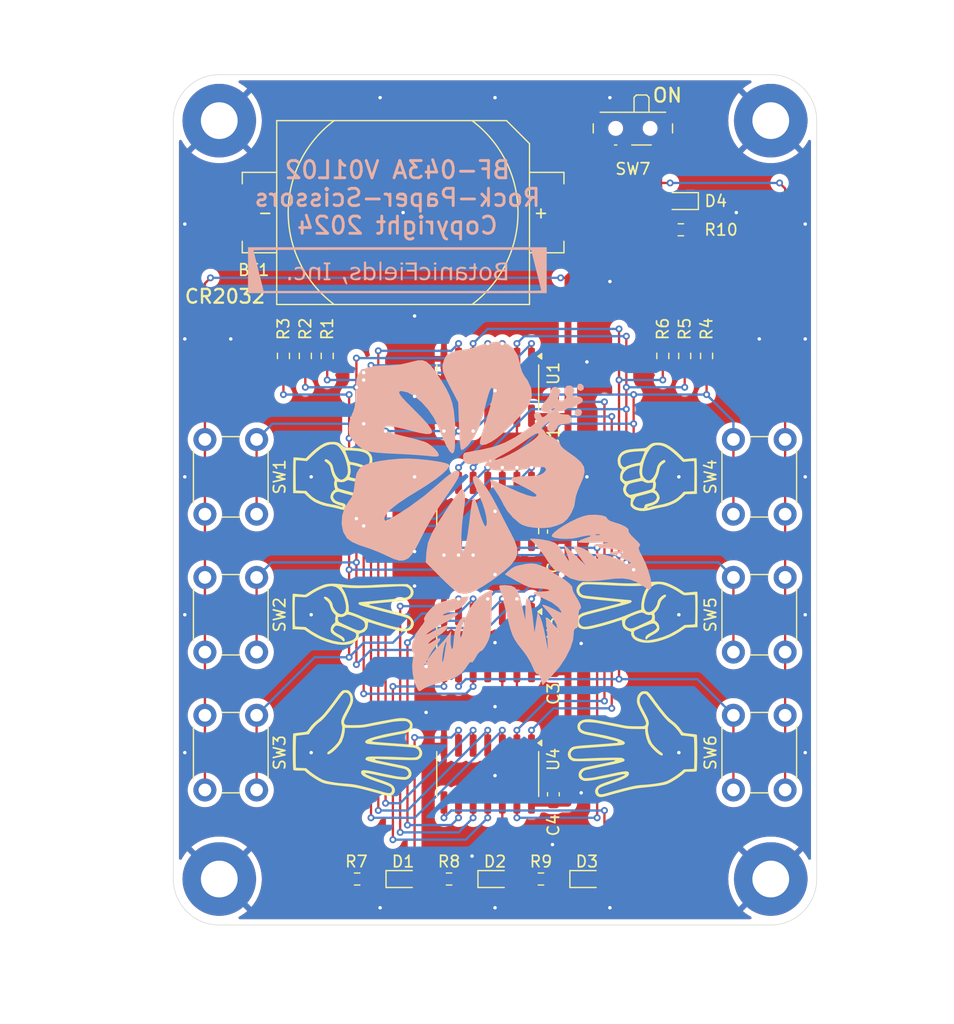
<source format=kicad_pcb>
(kicad_pcb (version 20240108) (generator "pcbnew") (generator_version "8.0")
  (title_block (title "Rock-paper-scissors SMD") (date "2024-10-08") (rev "V01L02") (company "Copyright 2024, BotanicFields, Inc."))
  (layers (0 "F.Cu" signal) (31 "B.Cu" signal) (34 "B.Paste" user) (35 "F.Paste" user) (36 "B.SilkS" user "B.Silkscreen") (37 "F.SilkS" user "F.Silkscreen") (38 "B.Mask" user) (39 "F.Mask" user) (44 "Edge.Cuts" user))
  (net 0 "")
  (net 1 "GND")
  (net 2 "/BT")
  (net 3 "/VCC")
  (net 4 "Net-(D1-K)")
  (net 5 "Net-(D2-A)")
  (net 6 "Net-(D2-K)")
  (net 7 "Net-(D3-A)")
  (net 8 "Net-(D3-K)")
  (net 9 "Net-(D4-K)")
  (net 10 "Net-(R1-Pad1)")
  (net 11 "Net-(R2-Pad1)")
  (net 12 "Net-(R3-Pad1)")
  (net 13 "Net-(R4-Pad1)")
  (net 14 "Net-(R5-Pad1)")
  (net 15 "Net-(R6-Pad1)")
  (net 16 "Net-(U1-Pad6)")
  (net 17 "Net-(U1-Pad3)")
  (net 19 "Net-(U1-Pad8)")
  (net 21 "Net-(U2-Pad3)")
  (net 22 "Net-(U2-Pad6)")
  (net 23 "Net-(U2-Pad8)")
  (net 24 "Net-(U3-Pad8)")
  (net 25 "Net-(U3-Pad3)")
  (net 27 "Net-(U3-Pad6)")
  (net 28 "Net-(D1-A)")
  (footprint "Resistor_SMD:R_0603_1608Metric" (layer "F.Cu") (at 146.415 114.475 90)
    (property "Reference" "R4")
    (property "Value" "4.7k")
  )
  (footprint "Package_SO:SO-14_3.9x8.65mm_P1.27mm" (layer "F.Cu") (at 127.365 117.205 -90)
    (property "Reference" "U1")
    (property "Value" "74HC00")
  )
  (footprint "LED_SMD:LED_0603_1608Metric" (layer "F.Cu") (at 144.2125 101 180)
    (property "Reference" "D4")
    (property "Value" "Pilot")
  )
  (footprint "BF:BF@rock" (layer "F.Cu") (at 113 125 -90)
    (property "Reference" "G***" (hide yes))
    (property "Value" "LOGO" (hide yes))
  )
  (footprint "Resistor_SMD:R_0603_1608Metric" (layer "F.Cu") (at 109.585 114.475 90)
    (property "Reference" "R3")
    (property "Value" "4.7k")
  )
  (footprint "LED_SMD:LED_0603_1608Metric" (layer "F.Cu") (at 136 160)
    (property "Reference" "D3")
    (property "Value" "B-Win")
  )
  (footprint "Button_Switch_THT:SW_PUSH_6mm_H5mm" (layer "F.Cu") (at 107.25 133.75 -90)
    (property "Reference" "SW2")
    (property "Value" "Scissors" (hide yes))
  )
  (footprint "Button_Switch_THT:SW_PUSH_6mm_H5mm" (layer "F.Cu") (at 148.75 152.25 90)
    (property "Reference" "SW6")
    (property "Value" "Paper")
  )
  (footprint "Resistor_SMD:R_0603_1608Metric" (layer "F.Cu") (at 116 160 180)
    (property "Reference" "R7")
    (property "Value" "330")
  )
  (footprint "MountingHole:MountingHole_3.2mm_M3_Pad" (layer "F.Cu") (at 104 160)
    (property "Reference" "H4" (hide yes))
    (property "Value" "MountingHole_Pad" (hide yes))
  )
  (footprint "BF:BF@scissors" (layer "F.Cu") (at 140 136.5 90)
    (property "Reference" "G***" (hide yes))
    (property "Value" "LOGO" (hide yes))
  )
  (footprint "Resistor_SMD:R_0603_1608Metric" (layer "F.Cu") (at 144.175 103.5 180)
    (property "Reference" "R10")
    (property "Value" "1k")
  )
  (footprint "Button_Switch_THT:SW_PUSH_6mm_H5mm" (layer "F.Cu") (at 107.25 145.75 -90)
    (property "Reference" "SW3")
    (property "Value" "Paper" (hide yes))
  )
  (footprint "Capacitor_SMD:C_0603_1608Metric" (layer "F.Cu") (at 133.08 118.97 90)
    (property "Reference" "C1")
    (property "Value" "100n")
  )
  (footprint "Resistor_SMD:R_0603_1608Metric" (layer "F.Cu") (at 132 160 180)
    (property "Reference" "R9")
    (property "Value" "1k")
  )
  (footprint "Resistor_SMD:R_0603_1608Metric" (layer "F.Cu") (at 124 160 180)
    (property "Reference" "R8")
    (property "Value" "1k")
  )
  (footprint "Resistor_SMD:R_0603_1608Metric" (layer "F.Cu") (at 113.395 114.475 90)
    (property "Reference" "R1")
    (property "Value" "4.7k")
  )
  (footprint "Package_SO:SO-14_3.9x8.65mm_P1.27mm" (layer "F.Cu") (at 127.365 139.43 -90)
    (property "Reference" "U3")
    (property "Value" "74HC00")
  )
  (footprint "LED_SMD:LED_0603_1608Metric" (layer "F.Cu") (at 120 160)
    (property "Reference" "D1")
    (property "Value" "A-Win")
  )
  (footprint "MountingHole:MountingHole_3.2mm_M3_Pad" (layer "F.Cu") (at 104 94)
    (property "Reference" "H1" (hide yes))
    (property "Value" "MountingHole_Pad" (hide yes))
  )
  (footprint "Capacitor_SMD:C_0603_1608Metric" (layer "F.Cu") (at 133.08 152.625 90)
    (property "Reference" "C4")
    (property "Value" "100n")
  )
  (footprint "LED_SMD:LED_0603_1608Metric" (layer "F.Cu") (at 128 160)
    (property "Reference" "D2")
    (property "Value" "Draw")
  )
  (footprint "Button_Switch_THT:SW_PUSH_6mm_H5mm" (layer "F.Cu") (at 148.75 140.25 90)
    (property "Reference" "SW5")
    (property "Value" "Scissors")
  )
  (footprint "MountingHole:MountingHole_3.2mm_M3_Pad" (layer "F.Cu") (at 152 160)
    (property "Reference" "H3" (hide yes))
    (property "Value" "MountingHole_Pad" (hide yes))
  )
  (footprint "BF:BF@scissors" (layer "F.Cu") (at 116 137 -90)
    (property "Reference" "G***" (hide yes))
    (property "Value" "LOGO" (hide yes))
  )
  (footprint "Button_Switch_THT:SW_PUSH_6mm_H5mm" (layer "F.Cu") (at 107.25 121.75 -90)
    (property "Reference" "SW1")
    (property "Value" "Rock" (hide yes))
  )
  (footprint "BF:BF@paper" (layer "F.Cu") (at 140 148.5 90)
    (property "Reference" "G***" (hide yes))
    (property "Value" "LOGO" (hide yes))
  )
  (footprint "BF:BF@paper" (layer "F.Cu") (at 116 148 -90)
    (property "Reference" "G***" (hide yes))
    (property "Value" "LOGO" (hide yes))
  )
  (footprint "Button_Switch_SMD:SW_SPDT_PCM12" (layer "F.Cu") (at 140 95 180)
    (property "Reference" "SW7")
    (property "Value" "Power")
  )
  (footprint "Capacitor_SMD:C_0603_1608Metric" (layer "F.Cu") (at 133.08 141.195 90)
    (property "Reference" "C3")
    (property "Value" "100n")
  )
  (footprint "MountingHole:MountingHole_3.2mm_M3_Pad" (layer "F.Cu") (at 152 94)
    (property "Reference" "H2" (hide yes))
    (property "Value" "MountingHole_Pad" (hide yes))
  )
  (footprint "BF:BF@rock" (layer "F.Cu") (at 143 124.7688 90)
    (property "Reference" "G***" (hide yes))
    (property "Value" "LOGO" (hide yes))
  )
  (footprint "Package_SO:SO-14_3.9x8.65mm_P1.27mm" (layer "F.Cu") (at 127.365 150.86 -90)
    (property "Reference" "U4")
    (property "Value" "74HC10")
  )
  (footprint "Resistor_SMD:R_0603_1608Metric" (layer "F.Cu") (at 142.605 114.475 90)
    (property "Reference" "R6")
    (property "Value" "4.7k")
  )
  (footprint "Package_SO:SO-14_3.9x8.65mm_P1.27mm" (layer "F.Cu") (at 127.365 128 -90)
    (property "Reference" "U2")
    (property "Value" "74HC00")
  )
  (footprint "Resistor_SMD:R_0603_1608Metric" (layer "F.Cu") (at 111.49 114.475 90)
    (property "Reference" "R2")
    (property "Value" "4.7k")
  )
  (footprint "Capacitor_SMD:C_0603_1608Metric" (layer "F.Cu") (at 133.08 129.765 90)
    (property "Reference" "C2")
    (property "Value" "100n")
  )
  (footprint "BF:BF@QJ-BS-6" (layer "F.Cu") (at 120 102)
    (property "Reference" "BT1")
    (property "Value" "CR2032")
  )
  (footprint "Resistor_SMD:R_0603_1608Metric" (layer "F.Cu") (at 144.51 114.475 90)
    (property "Reference" "R5")
    (property "Value" "4.7k")
  )
  (footprint "Button_Switch_THT:SW_PUSH_6mm_H5mm" (layer "F.Cu") (at 148.75 128.25 90)
    (property "Reference" "SW4")
    (property "Value" "Rock")
  )
  (footprint "BF:BF@hibiscus" (layer "B.Cu") (at 128 128 180)
    (property "Reference" "G***" (hide yes))
    (property "Value" "LOGO" (hide yes))
  )
  (footprint "BF:BF@Logo_BotanicFields_4mm" (layer "B.Cu") (at 119.5 107 180)
    (property "Reference" "G***" (hide yes))
    (property "Value" "LOGO" (hide yes))
  )
  (gr_arc (start 156 160) (mid 154.828427 162.828427) (end 152 164) (stroke (width 0.05)) (layer "Edge.Cuts"))
  (gr_arc (start 104 164) (mid 101.171573 162.828427) (end 100 160) (stroke (width 0.05)) (layer "Edge.Cuts"))
  (gr_arc (start 100 94) (mid 101.171573 91.171573) (end 104 90) (stroke (width 0.05)) (layer "Edge.Cuts"))
  (gr_line (start 152 164) (end 104 164) (stroke (width 0.05)) (layer "Edge.Cuts"))
  (gr_line (start 100 160) (end 100 94) (stroke (width 0.05)) (layer "Edge.Cuts"))
  (gr_line (start 156 94) (end 156 160) (stroke (width 0.05)) (layer "Edge.Cuts"))
  (gr_arc (start 152 90) (mid 154.828427 91.171573) (end 156 94) (stroke (width 0.05)) (layer "Edge.Cuts"))
  (gr_line (start 104 90) (end 152 90) (stroke (width 0.05)) (layer "Edge.Cuts"))
  (gr_text "BF-043A V01L02\nRock-Paper-Scissors\nCopyright 2024" (at 119.5 104 0) (layer "B.SilkS") (effects (font (size 1.5 1.5) (thickness 0.25)) (justify bottom mirror)))
  (gr_text "CR2032" (at 104.5 110 0) (layer "F.SilkS") (effects (font (size 1.2 1.2) (thickness 0.2) (bold yes)) (justify bottom)))
  (gr_text "ON" (at 143 92.5 0) (layer "F.SilkS") (effects (font (size 1.2 1.2) (thickness 0.2) (bold yes)) (justify bottom)))
  (segment (start 129.905 121.777) (end 128.635 121.777) (width 0.2) (layer "F.Cu") (net 1))
  (segment (start 128.762 132.699) (end 129.905 132.699) (width 0.2) (layer "F.Cu") (net 1))
  (segment (start 129.905 119.68) (end 129.905 121.777) (width 0.2) (layer "F.Cu") (net 1))
  (segment (start 129.905 143.875) (end 128.762 143.875) (width 0.2) (layer "F.Cu") (net 1))
  (segment (start 128.635 132.572) (end 128.762 132.699) (width 0.2) (layer "F.Cu") (net 1))
  (segment (start 128.635 143.748) (end 128.635 141.905) (width 0.2) (layer "F.Cu") (net 1))
  (segment (start 128.635 130.475) (end 128.635 132.572) (width 0.2) (layer "F.Cu") (net 1))
  (segment (start 129.905 141.905) (end 129.905 143.875) (width 0.2) (layer "F.Cu") (net 1))
  (segment (start 128.762 143.875) (end 128.635 143.748) (width 0.2) (layer "F.Cu") (net 1))
  (segment (start 128.635 121.777) (end 128.635 119.68) (width 0.2) (layer "F.Cu") (net 1))
  (segment (start 129.905 132.699) (end 129.905 130.475) (width 0.2) (layer "F.Cu") (net 1))
  (via (at 128 117.5) (size 0.7) (drill 0.3) (layers "F.Cu" "B.Cu") (net 1))
  (via (at 155 149) (size 0.7) (drill 0.3) (layers "F.Cu" "B.Cu") (net 1))
  (via (at 112 137) (size 0.7) (drill 0.3) (layers "F.Cu" "B.Cu") (net 1))
  (via (at 144 125) (size 0.7) (drill 0.3) (layers "F.Cu" "B.Cu") (net 1))
  (via (at 133 157) (size 0.7) (drill 0.3) (layers "F.Cu" "B.Cu") (net 1))
  (via (at 128 162.5) (size 0.7) (drill 0.3) (layers "F.Cu" "B.Cu") (net 1))
  (via (at 101 137) (size 0.7) (drill 0.3) (layers "F.Cu" "B.Cu") (net 1))
  (via (at 135.5 152.5) (size 0.7) (drill 0.3) (layers "F.Cu" "B.Cu") (net 1))
  (via (at 101 103) (size 0.7) (drill 0.3) (layers "F.Cu" "B.Cu") (net 1))
  (via (at 122 141.5) (size 0.7) (drill 0.3) (layers "F.Cu" "B.Cu") (net 1))
  (via (at 155 113) (size 0.7) (drill 0.3) (layers "F.Cu" "B.Cu") (net 1))
  (via (at 105 113) (size 0.7) (drill 0.3) (layers "F.Cu" "B.Cu") (net 1))
  (via (at 136 115) (size 0.7) (drill 0.3) (layers "F.Cu" "B.Cu") (net 1))
  (via (at 155 125) (size 0.7) (drill 0.3) (layers "F.Cu" "B.Cu") (net 1))
  (via (at 112 125) (size 0.7) (drill 0.3) (layers "F.Cu" "B.Cu") (net 1))
  (via (at 138 108) (size 0.7) (drill 0.3) (layers "F.Cu" "B.Cu") (net 1))
  (via (at 121 125) (size 0.7) (drill 0.3) (layers "F.Cu" "B.Cu") (net 1))
  (via (at 155 103) (size 0.7) (drill 0.3) (layers "F.Cu" "B.Cu") (net 1))
  (via (at 128 139.43) (size 0.7) (drill 0.3) (layers "F.Cu" "B.Cu") (net 1))
  (via (at 121 118) (size 0.7) (drill 0.3) (layers "F.Cu" "B.Cu") (net 1))
  (via (at 118 92) (size 0.7) (drill 0.3) (layers "F.Cu" "B.Cu") (net 1))
  (via (at 128 133.5) (size 0.7) (drill 0.3) (layers "F.Cu" "B.Cu") (net 1))
  (via (at 136 125) (size 0.7) (drill 0.3) (layers "F.Cu" "B.Cu") (net 1))
  (via (at 149 102) (size 0.7) (drill 0.3) (layers "F.Cu" "B.Cu") (net 1))
  (via (at 138 92) (size 0.7) (drill 0.3) (layers "F.Cu" "B.Cu") (net 1))
  (via (at 118 162.5) (size 0.7) (drill 0.3) (layers "F.Cu" "B.Cu") (net 1))
  (via (at 126 158) (size 0.7) (drill 0.3) (layers "F.Cu" "B.Cu") (net 1))
  (via (at 128 145) (size 0.7) (drill 0.3) (layers "F.Cu" "B.Cu") (net 1))
  (via (at 155 137) (size 0.7) (drill 0.3) (layers "F.Cu" "B.Cu") (net 1))
  (via (at 121 111) (size 0.7) (drill 0.3) (layers "F.Cu" "B.Cu") (net 1))
  (via (at 121 131.5) (size 0.7) (drill 0.3) (layers "F.Cu" "B.Cu") (net 1))
  (via (at 128 92) (size 0.7) (drill 0.3) (layers "F.Cu" "B.Cu") (net 1))
  (via (at 138 162.5) (size 0.7) (drill 0.3) (layers "F.Cu" "B.Cu") (net 1))
  (via (at 144 149) (size 0.7) (drill 0.3) (layers "F.Cu" "B.Cu") (net 1))
  (via (at 121 134.5) (size 0.7) (drill 0.3) (layers "F.Cu" "B.Cu") (net 1))
  (via (at 135.5 139.5) (size 0.7) (drill 0.3) (layers "F.Cu" "B.Cu") (net 1))
  (via (at 120 102) (size 0.7) (drill 0.3) (layers "F.Cu" "B.Cu") (net 1))
  (via (at 122 145.5) (size 0.7) (drill 0.3) (layers "F.Cu" "B.Cu") (net 1))
  (via (at 101 113) (size 0.7) (drill 0.3) (layers "F.Cu" "B.Cu") (net 1))
  (via (at 101 125) (size 0.7) (drill 0.3) (layers "F.Cu" "B.Cu") (net 1))
  (via (at 144 137) (size 0.7) (drill 0.3) (layers "F.Cu" "B.Cu") (net 1))
  (via (at 128 128) (size 0.7) (drill 0.3) (layers "F.Cu" "B.Cu") (net 1))
  (via (at 151 113) (size 0.7) (drill 0.3) (layers "F.Cu" "B.Cu") (net 1))
  (via (at 128 151) (size 0.7) (drill 0.3) (layers "F.Cu" "B.Cu") (net 1))
  (via (at 112 149) (size 0.7) (drill 0.3) (layers "F.Cu" "B.Cu") (net 1))
  (via (at 101 149) (size 0.7) (drill 0.3) (layers "F.Cu" "B.Cu") (net 1))
  (segment (start 139.25 99.605) (end 136.855 102) (width 0.6) (layer "F.Cu") (net 2))
  (segment (start 139.25 96.43) (end 139.25 99.605) (width 0.6) (layer "F.Cu") (net 2))
  (segment (start 136.855 102) (end 134.5 102) (width 0.6) (layer "F.Cu") (net 2))
  (segment (start 134.35 107.68) (end 133.715 107.68) (width 0.2) (layer "F.Cu") (net 3))
  (segment (start 153.25 99.91) (end 152.765 99.425) (width 0.2) (layer "F.Cu") (net 3))
  (segment (start 143.425 101) (end 141.64 101) (width 0.2) (layer "F.Cu") (net 3))
  (segment (start 153.25 140.25) (end 153.25 145.75) (width 0.2) (layer "F.Cu") (net 3))
  (segment (start 142.25 96.43) (end 142.25 99.78) (width 0.6) (layer "F.Cu") (net 3))
  (segment (start 102.75 145.75) (end 102.75 152.25) (width 0.2) (layer "F.Cu") (net 3))
  (segment (start 133.08 141.97) (end 131.24 141.97) (width 0.6) (layer "F.Cu") (net 3))
  (segment (start 102.75 121.75) (end 102.75 128.25) (width 0.2) (layer "F.Cu") (net 3))
  (segment (start 134.35 153.4) (end 133.08 153.4) (width 0.6) (layer "F.Cu") (net 3))
  (segment (start 131.24 141.97) (end 131.175 141.905) (width 0.6) (layer "F.Cu") (net 3))
  (segment (start 134.35 130.54) (end 134.35 141.97) (width 0.6) (layer "F.Cu") (net 3))
  (segment (start 141.335 100.695) (end 134.35 107.68) (width 0.6) (layer "F.Cu") (net 3))
  (segment (start 142.25 99.425) (end 143.24 99.425) (width 0.2) (layer "F.Cu") (net 3))
  (segment (start 102.75 121.75) (end 102.75 108.165) (width 0.2) (layer "F.Cu") (net 3))
  (segment (start 131.24 130.54) (end 131.175 130.475) (width 0.6) (layer "F.Cu") (net 3))
  (segment (start 153.25 128.25) (end 153.25 133.75) (width 0.2) (layer "F.Cu") (net 3))
  (segment (start 133.08 141.97) (end 134.35 141.97) (width 0.6) (layer "F.Cu") (net 3))
  (segment (start 102.75 133.75) (end 102.75 140.25) (width 0.2) (layer "F.Cu") (net 3))
  (segment (start 153.25 145.75) (end 153.25 152.25) (width 0.2) (layer "F.Cu") (net 3))
  (segment (start 134.35 141.97) (end 134.35 153.4) (width 0.6) (layer "F.Cu") (net 3))
  (segment (start 133.08 130.54) (end 134.35 130.54) (width 0.6) (layer "F.Cu") (net 3))
  (segment (start 133.08 153.4) (end 131.24 153.4) (width 0.6) (layer "F.Cu") (net 3))
  (segment (start 102.75 108.165) (end 103.235 107.68) (width 0.2) (layer "F.Cu") (net 3))
  (segment (start 134.35 107.68) (end 134.35 119.745) (width 0.6) (layer "F.Cu") (net 3))
  (segment (start 131.24 153.4) (end 131.175 153.335) (width 0.6) (layer "F.Cu") (net 3))
  (segment (start 133.08 119.745) (end 131.24 119.745) (width 0.6) (layer "F.Cu") (net 3))
  (segment (start 131.24 119.745) (end 131.175 119.68) (width 0.6) (layer "F.Cu") (net 3))
  (segment (start 153.25 133.75) (end 153.25 140.25) (width 0.2) (layer "F.Cu") (net 3))
  (segment (start 133.08 119.745) (end 134.35 119.745) (width 0.6) (layer "F.Cu") (net 3))
  (segment (start 133.08 130.54) (end 131.24 130.54) (width 0.6) (layer "F.Cu") (net 3))
  (segment (start 141.64 101) (end 141.335 100.695) (width 0.2) (layer "F.Cu") (net 3))
  (segment (start 102.75 140.25) (end 102.75 145.75) (width 0.2) (layer "F.Cu") (net 3))
  (segment (start 142.25 99.78) (end 141.335 100.695) (width 0.6) (layer "F.Cu") (net 3))
  (segment (start 102.75 128.25) (end 102.75 133.75) (width 0.2) (layer "F.Cu") (net 3))
  (segment (start 153.25 121.75) (end 153.25 99.91) (width 0.2) (layer "F.Cu") (net 3))
  (segment (start 153.25 121.75) (end 153.25 128.25) (width 0.2) (layer "F.Cu") (net 3))
  (segment (start 134.35 119.745) (end 134.35 130.54) (width 0.6) (layer "F.Cu") (net 3))
  (via (at 152.765 99.425) (size 0.6) (drill 0.3) (layers "F.Cu" "B.Cu") (net 3))
  (via (at 143.24 99.425) (size 0.6) (drill 0.3) (layers "F.Cu" "B.Cu") (net 3))
  (via (at 103.235 107.68) (size 0.6) (drill 0.3) (layers "F.Cu" "B.Cu") (net 3))
  (via (at 133.715 107.68) (size 0.6) (drill 0.3) (layers "F.Cu" "B.Cu") (net 3))
  (segment (start 143.24 99.425) (end 152.765 99.425) (width 0.2) (layer "B.Cu") (net 3))
  (segment (start 133.715 107.68) (end 103.235 107.68) (width 0.2) (layer "B.Cu") (net 3))
  (segment (start 116.825 160) (end 119.2125 160) (width 0.2) (layer "F.Cu") (net 4))
  (segment (start 128.635 153.335) (end 128.635 158.3275) (width 0.2) (layer "F.Cu") (net 5))
  (segment (start 128.7875 160) (end 128.7875 158.48) (width 0.2) (layer "F.Cu") (net 5))
  (segment (start 128.635 158.3275) (end 128.7875 158.48) (width 0.2) (layer "F.Cu") (net 5))
  (segment (start 124.825 160) (end 127.2125 160) (width 0.2) (layer "F.Cu") (net 6))
  (segment (start 137.525 154.035) (end 137.525 158.3775) (width 0.2) (layer "F.Cu") (net 7))
  (segment (start 123.555 153.335) (end 123.555 154.67) (width 0.2) (layer "F.Cu") (net 7))
  (segment (start 137.525 158.3775) (end 136.7875 159.115) (width 0.2) (layer "F.Cu") (net 7))
  (segment (start 136.7875 159.115) (end 136.7875 160) (width 0.2) (layer "F.Cu") (net 7))
  (via (at 137.525 154.035) (size 0.6) (drill 0.3) (layers "F.Cu" "B.Cu") (net 7))
  (via (at 123.555 154.67) (size 0.6) (drill 0.3) (layers "F.Cu" "B.Cu") (net 7))
  (segment (start 124.19 154.035) (end 123.555 154.67) (width 0.2) (layer "B.Cu") (net 7))
  (segment (start 137.525 154.035) (end 124.19 154.035) (width 0.2) (layer "B.Cu") (net 7))
  (segment (start 132.825 160) (end 135.2125 160) (width 0.2) (layer "F.Cu") (net 8))
  (segment (start 145 101) (end 145 103.5) (width 0.2) (layer "F.Cu") (net 9))
  (segment (start 113.395 115.3) (end 113.395 116.57) (width 0.2) (layer "F.Cu") (net 10))
  (segment (start 116.57 116.57) (end 116.57 120.38) (width 0.2) (layer "F.Cu") (net 10))
  (segment (start 116.57 143.875) (end 116.57 129.27) (width 0.2) (layer "F.Cu") (net 10))
  (segment (start 107.25 121.75) (end 107.25 128.25) (width 0.2) (layer "F.Cu") (net 10))
  (segment (start 131.175 114.73) (end 131.175 113.395) (width 0.2) (layer "F.Cu") (net 10))
  (segment (start 126.095 143.24) (end 126.095 141.905) (width 0.2) (layer "F.Cu") (net 10))
  (segment (start 131.175 124.19) (end 131.175 125.525) (width 0.2) (layer "F.Cu") (net 10))
  (segment (start 116.57 120.38) (end 116.57 129.27) (width 0.2) (layer "F.Cu") (net 10))
  (segment (start 116.57 116.57) (end 116.57 115.935) (width 0.2) (layer "F.Cu") (net 10))
  (via (at 116.57 120.38) (size 0.6) (drill 0.3) (layers "F.Cu" "B.Cu") (net 10))
  (via (at 116.57 115.935) (size 0.6) (drill 0.3) (layers "F.Cu" "B.Cu") (net 10))
  (via (at 116.57 143.875) (size 0.6) (drill 0.3) (layers "F.Cu" "B.Cu") (net 10))
  (via (at 113.395 116.57) (size 0.6) (drill 0.3) (layers "F.Cu" "B.Cu") (net 10))
  (via (at 116.57 116.57) (size 0.6) (drill 0.3) (layers "F.Cu" "B.Cu") (net 10))
  (via (at 116.57 129.27) (size 0.6) (drill 0.3) (layers "F.Cu" "B.Cu") (net 10))
  (via (at 131.175 124.19) (size 0.6) (drill 0.3) (layers "F.Cu" "B.Cu") (net 10))
  (via (at 126.095 143.24) (size 0.6) (drill 0.3) (layers "F.Cu" "B.Cu") (net 10))
  (via (at 131.175 113.395) (size 0.6) (drill 0.3) (layers "F.Cu" "B.Cu") (net 10))
  (segment (start 116.57 143.875) (end 125.46 143.875) (width 0.2) (layer "B.Cu") (net 10))
  (segment (start 131.175 124.19) (end 130.2225 125.1425) (width 0.2) (layer "B.Cu") (net 10))
  (segment (start 128.635 115.935) (end 116.57 115.935) (width 0.2) (layer "B.Cu") (net 10))
  (segment (start 130.2225 125.1425) (end 127.6825 125.1425) (width 0.2) (layer "B.Cu") (net 10))
  (segment (start 108.62 120.38) (end 107.25 121.75) (width 0.2) (layer "B.Cu") (net 10))
  (segment (start 123.555 129.27) (end 116.57 129.27) (width 0.2) (layer "B.Cu") (net 10))
  (segment (start 131.175 113.395) (end 128.635 115.935) (width 0.2) (layer "B.Cu") (net 10))
  (segment (start 113.395 116.57) (end 116.57 116.57) (width 0.2) (layer "B.Cu") (net 10))
  (segment (start 116.57 120.38) (end 108.62 120.38) (width 0.2) (layer "B.Cu") (net 10))
  (segment (start 125.46 143.875) (end 126.095 143.24) (width 0.2) (layer "B.Cu") (net 10))
  (segment (start 127.6825 125.1425) (end 123.555 129.27) (width 0.2) (layer "B.Cu") (net 10))
  (segment (start 111.49 115.3) (end 111.49 117.205) (width 0.2) (layer "F.Cu") (net 11))
  (segment (start 115.935 117.205) (end 115.935 114.665) (width 0.2) (layer "F.Cu") (net 11))
  (segment (start 107.25 133.75) (end 107.25 140.25) (width 0.2) (layer "F.Cu") (net 11))
  (segment (start 127.365 113.395) (end 127.365 114.73) (width 0.2) (layer "F.Cu") (net 11))
  (segment (start 127.365 124.19) (end 127.365 125.525) (width 0.2) (layer "F.Cu") (net 11))
  (segment (start 115.935 117.205) (end 115.935 128.635) (width 0.2) (layer "F.Cu") (net 11))
  (segment (start 115.935 128.635) (end 115.935 132.445) (width 0.2) (layer "F.Cu") (net 11))
  (segment (start 115.935 132.445) (end 115.935 141.335) (width 0.2) (layer "F.Cu") (net 11))
  (segment (start 129.905 135.62) (end 129.905 136.955) (width 0.2) (layer "F.Cu") (net 11))
  (via (at 129.905 135.62) (size 0.6) (drill 0.3) (layers "F.Cu" "B.Cu") (net 11))
  (via (at 115.935 132.445) (size 0.6) (drill 0.3) (layers "F.Cu" "B.Cu") (net 11))
  (via (at 115.935 114.665) (size 0.6) (drill 0.3) (layers "F.Cu" "B.Cu") (net 11))
  (via (at 115.935 141.335) (size 0.6) (drill 0.3) (layers "F.Cu" "B.Cu") (net 11))
  (via (at 127.365 124.19) (size 0.6) (drill 0.3) (layers "F.Cu" "B.Cu") (net 11))
  (via (at 115.935 117.205) (size 0.6) (drill 0.3) (layers "F.Cu" "B.Cu") (net 11))
  (via (at 127.365 113.395) (size 0.6) (drill 0.3) (layers "F.Cu" "B.Cu") (net 11))
  (via (at 115.935 128.635) (size 0.6) (drill 0.3) (layers "F.Cu" "B.Cu") (net 11))
  (via (at 111.49 117.205) (size 0.6) (drill 0.3) (layers "F.Cu" "B.Cu") (net 11))
  (segment (start 122.92 128.635) (end 127.365 124.19) (width 0.2) (layer "B.Cu") (net 11))
  (segment (start 115.935 141.335) (end 117.205 140.065) (width 0.2) (layer "B.Cu") (net 11))
  (segment (start 126.095 114.665) (end 127.365 113.395) (width 0.2) (layer "B.Cu") (net 11))
  (segment (start 121.015 140.065) (end 122.92 138.16) (width 0.2) (layer "B.Cu") (net 11))
  (segment (start 115.935 132.445) (end 108.555 132.445) (width 0.2) (layer "B.Cu") (net 11))
  (segment (start 115.935 128.635) (end 122.92 128.635) (width 0.2) (layer "B.Cu") (net 11))
  (segment (start 115.935 114.665) (end 126.095 114.665) (width 0.2) (layer "B.Cu") (net 11))
  (segment (start 115.935 117.205) (end 111.49 117.205) (width 0.2) (layer "B.Cu") (net 11))
  (segment (start 108.555 132.445) (end 107.25 133.75) (width 0.2) (layer "B.Cu") (net 11))
  (segment (start 127.365 138.16) (end 129.905 135.62) (width 0.2) (layer "B.Cu") (net 11))
  (segment (start 122.92 138.16) (end 127.365 138.16) (width 0.2) (layer "B.Cu") (net 11))
  (segment (start 117.205 140.065) (end 121.015 140.065) (width 0.2) (layer "B.Cu") (net 11))
  (segment (start 109.585 115.3) (end 109.585 117.84) (width 0.2) (layer "F.Cu") (net 12))
  (segment (start 115.3 121.65) (end 115.3 133.08) (width 0.2) (layer "F.Cu") (net 12))
  (segment (start 126.095 136.955) (end 126.095 135.62) (width 0.2) (layer "F.Cu") (net 12))
  (segment (start 115.3 117.84) (end 115.3 121.65) (width 0.2) (layer "F.Cu") (net 12))
  (segment (start 124.825 130.475) (end 124.825 131.81) (width 0.2) (layer "F.Cu") (net 12))
  (segment (start 115.3 133.08) (end 115.3 140.7) (width 0.2) (layer "F.Cu") (net 12))
  (segment (start 107.25 145.75) (end 107.25 152.25) (width 0.2) (layer "F.Cu") (net 12))
  (segment (start 124.825 119.68) (end 124.825 121.015) (width 0.2) (layer "F.Cu") (net 12))
  (via (at 124.825 121.015) (size 0.6) (drill 0.3) (layers "F.Cu" "B.Cu") (net 12))
  (via (at 115.3 140.7) (size 0.6) (drill 0.3) (layers "F.Cu" "B.Cu") (net 12))
  (via (at 109.585 117.84) (size 0.6) (drill 0.3) (layers "F.Cu" "B.Cu") (net 12))
  (via (at 115.3 133.08) (size 0.6) (drill 0.3) (layers "F.Cu" "B.Cu") (net 12))
  (via (at 115.3 121.65) (size 0.6) (drill 0.3) (layers "F.Cu" "B.Cu") (net 12))
  (via (at 124.825 131.81) (size 0.6) (drill 0.3) (layers "F.Cu" "B.Cu") (net 12))
  (via (at 115.3 117.84) (size 0.6) (drill 0.3) (layers "F.Cu" "B.Cu") (net 12))
  (via (at 126.095 135.62) (size 0.6) (drill 0.3) (layers "F.Cu" "B.Cu") (net 12))
  (segment (start 123.555 133.08) (end 124.825 131.81) (width 0.2) (layer "B.Cu") (net 12))
  (segment (start 116.57 139.43) (end 119.11 139.43) (width 0.2) (layer "B.Cu") (net 12))
  (segment (start 112.3 140.7) (end 107.25 145.75) (width 0.2) (layer "B.Cu") (net 12))
  (segment (start 124.825 136.89) (end 126.095 135.62) (width 0.2) (layer "B.Cu") (net 12))
  (segment (start 115.3 140.7) (end 112.3 140.7) (width 0.2) (layer "B.Cu") (net 12))
  (segment (start 115.3 133.08) (end 123.555 133.08) (width 0.2) (layer "B.Cu") (net 12))
  (segment (start 109.585 117.84) (end 115.3 117.84) (width 0.2) (layer "B.Cu") (net 12))
  (segment (start 119.11 139.43) (end 121.65 136.89) (width 0.2) (layer "B.Cu") (net 12))
  (segment (start 115.3 121.65) (end 124.19 121.65) (width 0.2) (layer "B.Cu") (net 12))
  (segment (start 115.3 140.7) (end 116.57 139.43) (width 0.2) (layer "B.Cu") (net 12))
  (segment (start 124.19 121.65) (end 124.825 121.015) (width 0.2) (layer "B.Cu") (net 12))
  (segment (start 121.65 136.89) (end 124.825 136.89) (width 0.2) (layer "B.Cu") (net 12))
  (segment (start 126.095 121.015) (end 126.095 119.68) (width 0.2) (layer "F.Cu") (net 13))
  (segment (start 148.75 121.75) (end 148.75 128.25) (width 0.2) (layer "F.Cu") (net 13))
  (segment (start 146.415 115.3) (end 146.415 117.84) (width 0.2) (layer "F.Cu") (net 13))
  (segment (start 140.065 120.38) (end 140.065 133.08) (width 0.2) (layer "F.Cu") (net 13))
  (segment (start 129.905 124.19) (end 129.905 125.525) (width 0.2) (layer "F.Cu") (net 13))
  (segment (start 140.065 120.38) (end 140.065 117.84) (width 0.2) (layer "F.Cu") (net 13))
  (segment (start 131.175 135.62) (end 131.175 136.955) (width 0.2) (layer "F.Cu") (net 13))
  (via (at 140.065 133.08) (size 0.6) (drill 0.3) (layers "F.Cu" "B.Cu") (net 13))
  (via (at 140.065 120.38) (size 0.6) (drill 0.3) (layers "F.Cu" "B.Cu") (net 13))
  (via (at 146.415 117.84) (size 0.6) (drill 0.3) (layers "F.Cu" "B.Cu") (net 13))
  (via (at 131.175 135.62) (size 0.6) (drill 0.3) (layers "F.Cu" "B.Cu") (net 13))
  (via (at 140.065 117.84) (size 0.6) (drill 0.3) (layers "F.Cu" "B.Cu") (net 13))
  (via (at 129.905 124.19) (size 0.6) (drill 0.3) (layers "F.Cu" "B.Cu") (net 13))
  (via (at 126.095 121.015) (size 0.6) (drill 0.3) (layers "F.Cu" "B.Cu") (net 13))
  (segment (start 140.065 117.84) (end 129.27 117.84) (width 0.2) (layer "B.Cu") (net 13))
  (segment (start 133.715 133.08) (end 131.175 135.62) (width 0.2) (layer "B.Cu") (net 13))
  (segment (start 146.415 117.84) (end 140.065 117.84) (width 0.2) (layer "B.Cu") (net 13))
  (segment (start 148.75 120.175) (end 148.75 121.75) (width 0.2) (layer "B.Cu") (net 13))
  (segment (start 133.715 120.38) (end 129.905 124.19) (width 0.2) (layer "B.Cu") (net 13))
  (segment (start 140.065 120.38) (end 133.715 120.38) (width 0.2) (layer "B.Cu") (net 13))
  (segment (start 140.065 133.08) (end 133.715 133.08) (width 0.2) (layer "B.Cu") (net 13))
  (segment (start 146.415 117.84) (end 148.75 120.175) (width 0.2) (layer "B.Cu") (net 13))
  (segment (start 129.27 117.84) (end 126.095 121.015) (width 0.2) (layer "B.Cu") (net 13))
  (segment (start 144.51 115.3) (end 144.51 117.205) (width 0.2) (layer "F.Cu") (net 14))
  (segment (start 139.43 119.11) (end 139.43 132.445) (width 0.2) (layer "F.Cu") (net 14))
  (segment (start 139.43 117.205) (end 139.43 119.11) (width 0.2) (layer "F.Cu") (net 14))
  (segment (start 126.095 124.19) (end 126.095 125.525) (width 0.2) (layer "F.Cu") (net 14))
  (segment (start 127.365 135.62) (end 127.365 136.955) (width 0.2) (layer "F.Cu") (net 14))
  (segment (start 129.905 113.395) (end 129.905 114.73) (width 0.2) (layer "F.Cu") (net 14))
  (segment (start 148.75 133.75) (end 148.75 140.25) (width 0.2) (layer "F.Cu") (net 14))
  (segment (start 139.43 112.76) (end 139.43 117.205) (width 0.2) (layer "F.Cu") (net 14))
  (via (at 127.365 135.62) (size 0.6) (drill 0.3) (layers "F.Cu" "B.Cu") (net 14))
  (via (at 139.43 112.76) (size 0.6) (drill 0.3) (layers "F.Cu" "B.Cu") (net 14))
  (via (at 139.43 117.205) (size 0.6) (drill 0.3) (layers "F.Cu" "B.Cu") (net 14))
  (via (at 139.43 119.11) (size 0.6) (drill 0.3) (layers "F.Cu" "B.Cu") (net 14))
  (via (at 129.905 113.395) (size 0.6) (drill 0.3) (layers "F.Cu" "B.Cu") (net 14))
  (via (at 126.095 124.19) (size 0.6) (drill 0.3) (layers "F.Cu" "B.Cu") (net 14))
  (via (at 139.43 132.445) (size 0.6) (drill 0.3) (layers "F.Cu" "B.Cu") (net 14))
  (via (at 144.51 117.205) (size 0.6) (drill 0.3) (layers "F.Cu" "B.Cu") (net 14))
  (segment (start 133.08 132.445) (end 130.54 134.985) (width 0.2) (layer "B.Cu") (net 14))
  (segment (start 128 134.985) (end 127.365 135.62) (width 0.2) (layer "B.Cu") (net 14))
  (segment (start 139.43 112.76) (end 130.54 112.76) (width 0.2) (layer "B.Cu") (net 14))
  (segment (start 139.43 132.445) (end 133.08 132.445) (width 0.2) (layer "B.Cu") (net 14))
  (segment (start 130.54 134.985) (end 128 134.985) (width 0.2) (layer "B.Cu") (net 14))
  (segment (start 130.54 112.76) (end 129.905 113.395) (width 0.2) (layer "B.Cu") (net 14))
  (segment (start 139.43 119.11) (end 131.175 119.11) (width 0.2) (layer "B.Cu") (net 14))
  (segment (start 147.445 132.445) (end 148.75 133.75) (width 0.2) (layer "B.Cu") (net 14))
  (segment (start 131.175 119.11) (end 126.095 124.19) (width 0.2) (layer "B.Cu") (net 14))
  (segment (start 144.51 117.205) (end 139.43 117.205) (width 0.2) (layer "B.Cu") (net 14))
  (segment (start 139.43 132.445) (end 147.445 132.445) (width 0.2) (layer "B.Cu") (net 14))
  (segment (start 142.605 115.3) (end 142.605 116.57) (width 0.2) (layer "F.Cu") (net 15))
  (segment (start 126.095 114.73) (end 126.095 113.395) (width 0.2) (layer "F.Cu") (net 15))
  (segment (start 126.095 131.81) (end 126.095 130.475) (width 0.2) (layer "F.Cu") (net 15))
  (segment (start 138.795 112.125) (end 138.795 116.57) (width 0.2) (layer "F.Cu") (net 15))
  (segment (start 138.795 116.57) (end 138.795 131.81) (width 0.2) (layer "F.Cu") (net 15))
  (segment (start 148.75 145.75) (end 148.75 152.25) (width 0.2) (layer "F.Cu") (net 15))
  (segment (start 138.795 131.81) (end 138.795 142.605) (width 0.2) (layer "F.Cu") (net 15))
  (segment (start 124.825 143.24) (end 124.825 141.905) (width 0.2) (layer "F.Cu") (net 15))
  (via (at 138.795 112.125) (size 0.6) (drill 0.3) (layers "F.Cu" "B.Cu") (net 15))
  (via (at 138.795 116.57) (size 0.6) (drill 0.3) (layers "F.Cu" "B.Cu") (net 15))
  (via (at 142.605 116.57) (size 0.6) (drill 0.3) (layers "F.Cu" "B.Cu") (net 15))
  (via (at 126.095 131.81) (size 0.6) (drill 0.3) (layers "F.Cu" "B.Cu") (net 15))
  (via (at 138.795 142.605) (size 0.6) (drill 0.3) (layers "F.Cu" "B.Cu") (net 15))
  (via (at 124.825 143.24) (size 0.6) (drill 0.3) (layers "F.Cu" "B.Cu") (net 15))
  (via (at 126.095 113.395) (size 0.6) (drill 0.3) (layers "F.Cu" "B.Cu") (net 15))
  (via (at 138.795 131.81) (size 0.6) (drill 0.3) (layers "F.Cu" "B.Cu") (net 15))
  (segment (start 145.605 142.605) (end 148.75 145.75) (width 0.2) (layer "B.Cu") (net 15))
  (segment (start 138.795 142.605) (end 145.605 142.605) (width 0.2) (layer "B.Cu") (net 15))
  (segment (start 138.795 112.125) (end 127.365 112.125) (width 0.2) (layer "B.Cu") (net 15))
  (segment (start 138.795 142.605) (end 125.46 142.605) (width 0.2) (layer "B.Cu") (net 15))
  (segment (start 125.46 142.605) (end 124.825 143.24) (width 0.2) (layer "B.Cu") (net 15))
  (segment (start 127.365 112.125) (end 126.095 113.395) (width 0.2) (layer "B.Cu") (net 15))
  (segment (start 138.795 131.81) (end 126.095 131.81) (width 0.2) (layer "B.Cu") (net 15))
  (segment (start 142.605 116.57) (end 138.795 116.57) (width 0.2) (layer "B.Cu") (net 15))
  (segment (start 117.84 114.03) (end 117.84 154.035) (width 0.2) (layer "F.Cu") (net 16))
  (segment (start 127.365 148.385) (end 127.365 147.05) (width 0.2) (layer "F.Cu") (net 16))
  (segment (start 124.825 113.395) (end 124.825 114.73) (width 0.2) (layer "F.Cu") (net 16))
  (via (at 127.365 147.05) (size 0.6) (drill 0.3) (layers "F.Cu" "B.Cu") (net 16))
  (via (at 117.84 114.03) (size 0.6) (drill 0.3) (layers "F.Cu" "B.Cu") (net 16))
  (via (at 124.825 113.395) (size 0.6) (drill 0.3) (layers "F.Cu" "B.Cu") (net 16))
  (via (at 117.84 154.035) (size 0.6) (drill 0.3) (layers "F.Cu" "B.Cu") (net 16))
  (segment (start 120.38 154.035) (end 127.365 147.05) (width 0.2) (layer "B.Cu") (net 16))
  (segment (start 117.84 114.03) (end 124.19 114.03) (width 0.2) (layer "B.Cu") (net 16))
  (segment (start 124.19 114.03) (end 124.825 113.395) (width 0.2) (layer "B.Cu") (net 16))
  (segment (start 117.84 154.035) (end 120.38 154.035) (width 0.2) (layer "B.Cu") (net 16))
  (segment (start 128.635 113.395) (end 128.635 114.73) (width 0.2) (layer "F.Cu") (net 17))
  (segment (start 117.205 154.67) (end 117.205 115.3) (width 0.2) (layer "F.Cu") (net 17))
  (segment (start 128.635 148.385) (end 128.635 147.05) (width 0.2) (layer "F.Cu") (net 17))
  (via (at 128.635 147.05) (size 0.6) (drill 0.3) (layers "F.Cu" "B.Cu") (net 17))
  (via (at 117.205 115.3) (size 0.6) (drill 0.3) (layers "F.Cu" "B.Cu") (net 17))
  (via (at 117.205 154.67) (size 0.6) (drill 0.3) (layers "F.Cu" "B.Cu") (net 17))
  (via (at 128.635 113.395) (size 0.6) (drill 0.3) (layers "F.Cu" "B.Cu") (net 17))
  (segment (start 117.205 115.3) (end 126.73 115.3) (width 0.2) (layer "B.Cu") (net 17))
  (segment (start 126.73 115.3) (end 128.635 113.395) (width 0.2) (layer "B.Cu") (net 17))
  (segment (start 121.015 154.67) (end 128.635 147.05) (width 0.2) (layer "B.Cu") (net 17))
  (segment (start 117.205 154.67) (end 121.015 154.67) (width 0.2) (layer "B.Cu") (net 17))
  (segment (start 118.475 153.4) (end 118.475 121.015) (width 0.2) (layer "F.Cu") (net 19))
  (segment (start 126.095 148.385) (end 126.095 147.05) (width 0.2) (layer "F.Cu") (net 19))
  (segment (start 123.555 121.015) (end 123.555 119.68) (width 0.2) (layer "F.Cu") (net 19))
  (via (at 123.555 121.015) (size 0.6) (drill 0.3) (layers "F.Cu" "B.Cu") (net 19))
  (via (at 118.475 121.015) (size 0.6) (drill 0.3) (layers "F.Cu" "B.Cu") (net 19))
  (via (at 118.475 153.4) (size 0.6) (drill 0.3) (layers "F.Cu" "B.Cu") (net 19))
  (via (at 126.095 147.05) (size 0.6) (drill 0.3) (layers "F.Cu" "B.Cu") (net 19))
  (segment (start 118.475 153.4) (end 119.745 153.4) (width 0.2) (layer "B.Cu") (net 19))
  (segment (start 119.745 153.4) (end 126.095 147.05) (width 0.2) (layer "B.Cu") (net 19))
  (segment (start 118.475 121.015) (end 123.555 121.015) (width 0.2) (layer "B.Cu") (net 19))
  (segment (start 131.175 148.385) (end 131.175 147.05) (width 0.2) (layer "F.Cu") (net 21))
  (segment (start 138.16 145.145) (end 138.16 119.745) (width 0.2) (layer "F.Cu") (net 21))
  (segment (start 128.635 124.19) (end 128.635 125.525) (width 0.2) (layer "F.Cu") (net 21))
  (via (at 131.175 147.05) (size 0.6) (drill 0.3) (layers "F.Cu" "B.Cu") (net 21))
  (via (at 138.16 145.145) (size 0.6) (drill 0.3) (layers "F.Cu" "B.Cu") (net 21))
  (via (at 138.16 119.745) (size 0.6) (drill 0.3) (layers "F.Cu" "B.Cu") (net 21))
  (via (at 128.635 124.19) (size 0.6) (drill 0.3) (layers "F.Cu" "B.Cu") (net 21))
  (segment (start 133.08 145.145) (end 131.175 147.05) (width 0.2) (layer "B.Cu") (net 21))
  (segment (start 133.08 119.745) (end 128.635 124.19) (width 0.2) (layer "B.Cu") (net 21))
  (segment (start 138.16 145.145) (end 133.08 145.145) (width 0.2) (layer "B.Cu") (net 21))
  (segment (start 138.16 119.745) (end 133.08 119.745) (width 0.2) (layer "B.Cu") (net 21))
  (segment (start 129.905 148.385) (end 129.905 147.05) (width 0.2) (layer "F.Cu") (net 22))
  (segment (start 137.525 144.51) (end 137.525 118.475) (width 0.2) (layer "F.Cu") (net 22))
  (segment (start 124.859657 125.490343) (end 124.825 125.525) (width 0.2) (layer "F.Cu") (net 22))
  (segment (start 124.825 124.19) (end 124.859657 125.490343) (width 0.2) (layer "F.Cu") (net 22))
  (via (at 129.905 147.05) (size 0.6) (drill 0.3) (layers "F.Cu" "B.Cu") (net 22))
  (via (at 137.525 144.51) (size 0.6) (drill 0.3) (layers "F.Cu" "B.Cu") (net 22))
  (via (at 137.525 118.475) (size 0.6) (drill 0.3) (layers "F.Cu" "B.Cu") (net 22))
  (via (at 124.825 124.19) (size 0.6) (drill 0.3) (layers "F.Cu" "B.Cu") (net 22))
  (segment (start 132.445 144.51) (end 129.905 147.05) (width 0.2) (layer "B.Cu") (net 22))
  (segment (start 137.525 118.475) (end 130.54 118.475) (width 0.2) (layer "B.Cu") (net 22))
  (segment (start 130.54 118.475) (end 124.825 124.19) (width 0.2) (layer "B.Cu") (net 22))
  (segment (start 137.525 144.51) (end 132.445 144.51) (width 0.2) (layer "B.Cu") (net 22))
  (segment (start 123.555 131.81) (end 123.555 130.475) (width 0.2) (layer "F.Cu") (net 23))
  (segment (start 129.905 153.335) (end 129.905 154.67) (width 0.2) (layer "F.Cu") (net 23))
  (segment (start 136.89 131.175) (end 136.89 154.67) (width 0.2) (layer "F.Cu") (net 23))
  (via (at 136.89 131.175) (size 0.6) (drill 0.3) (layers "F.Cu" "B.Cu") (net 23))
  (via (at 129.905 154.67) (size 0.6) (drill 0.3) (layers "F.Cu" "B.Cu") (net 23))
  (via (at 136.89 154.67) (size 0.6) (drill 0.3) (layers "F.Cu" "B.Cu") (net 23))
  (via (at 123.555 131.81) (size 0.6) (drill 0.3) (layers "F.Cu" "B.Cu") (net 23))
  (segment (start 136.89 131.175) (end 124.19 131.175) (width 0.2) (layer "B.Cu") (net 23))
  (segment (start 124.19 131.175) (end 123.555 131.81) (width 0.2) (layer "B.Cu") (net 23))
  (segment (start 136.89 154.67) (end 129.905 154.67) (width 0.2) (layer "B.Cu") (net 23))
  (segment (start 123.555 141.905) (end 123.555 143.24) (width 0.2) (layer "F.Cu") (net 24))
  (segment (start 119.11 156.575) (end 119.11 143.24) (width 0.2) (layer "F.Cu") (net 24))
  (segment (start 127.365 153.335) (end 127.365 154.67) (width 0.2) (layer "F.Cu") (net 24))
  (via (at 119.11 156.575) (size 0.6) (drill 0.3) (layers "F.Cu" "B.Cu") (net 24))
  (via (at 127.365 154.67) (size 0.6) (drill 0.3) (layers "F.Cu" "B.Cu") (net 24))
  (via (at 123.555 143.24) (size 0.6) (drill 0.3) (layers "F.Cu" "B.Cu") (net 24))
  (via (at 119.11 143.24) (size 0.6) (drill 0.3) (layers "F.Cu" "B.Cu") (net 24))
  (segment (start 125.46 156.575) (end 127.365 154.67) (width 0.2) (layer "B.Cu") (net 24))
  (segment (start 119.11 143.24) (end 123.555 143.24) (width 0.2) (layer "B.Cu") (net 24))
  (segment (start 119.11 156.575) (end 125.46 156.575) (width 0.2) (layer "B.Cu") (net 24))
  (segment (start 120.38 155.305) (end 120.38 139.43) (width 0.2) (layer "F.Cu") (net 25))
  (segment (start 128.635 135.62) (end 128.635 136.955) (width 0.2) (layer "F.Cu") (net 25))
  (segment (start 124.825 153.335) (end 124.825 154.67) (width 0.2) (layer "F.Cu") (net 25))
  (via (at 120.38 155.305) (size 0.6) (drill 0.3) (layers "F.Cu" "B.Cu") (net 25))
  (via (at 124.825 154.67) (size 0.6) (drill 0.3) (layers "F.Cu" "B.Cu") (net 25))
  (via (at 120.38 139.43) (size 0.6) (drill 0.3) (layers "F.Cu" "B.Cu") (net 25))
  (via (at 128.635 135.62) (size 0.6) (drill 0.3) (layers "F.Cu" "B.Cu") (net 25))
  (segment (start 124.19 155.305) (end 124.825 154.67) (width 0.2) (layer "B.Cu") (net 25))
  (segment (start 122.285 137.525) (end 126.73 137.525) (width 0.2) (layer "B.Cu") (net 25))
  (segment (start 120.38 155.305) (end 124.19 155.305) (width 0.2) (layer "B.Cu") (net 25))
  (segment (start 126.73 137.525) (end 128.635 135.62) (width 0.2) (layer "B.Cu") (net 25))
  (segment (start 120.38 139.43) (end 122.285 137.525) (width 0.2) (layer "B.Cu") (net 25))
  (segment (start 124.825 135.62) (end 124.825 136.955) (width 0.2) (layer "F.Cu") (net 27))
  (segment (start 126.095 153.335) (end 126.095 154.67) (width 0.2) (layer "F.Cu") (net 27))
  (segment (start 119.745 155.94) (end 119.745 136.255) (width 0.2) (layer "F.Cu") (net 27))
  (via (at 119.745 155.94) (size 0.6) (drill 0.3) (layers "F.Cu" "B.Cu") (net 27))
  (via (at 126.095 154.67) (size 0.6) (drill 0.3) (layers "F.Cu" "B.Cu") (net 27))
  (via (at 124.825 135.62) (size 0.6) (drill 0.3) (layers "F.Cu" "B.Cu") (net 27))
  (via (at 119.745 136.255) (size 0.6) (drill 0.3) (layers "F.Cu" "B.Cu") (net 27))
  (segment (start 119.745 155.94) (end 124.825 155.94) (width 0.2) (layer "B.Cu") (net 27))
  (segment (start 119.745 136.255) (end 124.19 136.255) (width 0.2) (layer "B.Cu") (net 27))
  (segment (start 124.825 155.94) (end 126.095 154.67) (width 0.2) (layer "B.Cu") (net 27))
  (segment (start 124.19 136.255) (end 124.825 135.62) (width 0.2) (layer "B.Cu") (net 27))
  (segment (start 120.7875 158.48) (end 120.7875 160) (width 0.2) (layer "F.Cu") (net 28))
  (segment (start 121 147.685) (end 121 158.2675) (width 0.2) (layer "F.Cu") (net 28))
  (segment (start 121 158.2675) (end 120.7875 158.48) (width 0.2) (layer "F.Cu") (net 28))
  (segment (start 124.825 148.385) (end 124.825 147.05) (width 0.2) (layer "F.Cu") (net 28))
  (via (at 121 147.685) (size 0.6) (drill 0.3) (layers "F.Cu" "B.Cu") (net 28))
  (via (at 124.825 147.05) (size 0.6) (drill 0.3) (layers "F.Cu" "B.Cu") (net 28))
  (segment (start 121 147.685) (end 124.19 147.685) (width 0.2) (layer "B.Cu") (net 28))
  (segment (start 124.19 147.685) (end 124.825 147.05) (width 0.2) (layer "B.Cu") (net 28))
  (zone (net 0) (net_name "") (layer "F.Cu") (connect_pads (clearance 0)) (min_thickness 0.25)
    (keepout (tracks allowed) (vias allowed) (pads allowed) (copperpour not_allowed) (footprints allowed))
    (fill (thermal_gap 0.5) (thermal_bridge_width 0.5))
    (polygon (pts (xy 128 140.446) (xy 130.54 140.446) (xy 130.54 143.24) (xy 128 143.24)))
  )
  (zone (net 0) (net_name "") (layer "F.Cu") (connect_pads (clearance 0)) (min_thickness 0.25)
    (keepout (tracks allowed) (vias allowed) (pads allowed) (copperpour not_allowed) (footprints allowed))
    (fill (thermal_gap 0.5) (thermal_bridge_width 0.5))
    (polygon (pts (xy 128 118.348) (xy 130.54 118.348) (xy 130.54 121.142) (xy 128 121.142)))
  )
  (zone (net 0) (net_name "") (layer "F.Cu") (connect_pads (clearance 0)) (min_thickness 0.25)
    (keepout (tracks allowed) (vias allowed) (pads allowed) (copperpour not_allowed) (footprints allowed))
    (fill (thermal_gap 0.5) (thermal_bridge_width 0.5))
    (polygon (pts (xy 128 129.016) (xy 130.54 129.016) (xy 130.54 131.81) (xy 128 131.81)))
  )
  (zone (net 1) (net_name "GND") (layers "F&B.Cu") (connect_pads (clearance 0.5)) (min_thickness 0.25) (fill yes (thermal_gap 0.5) (thermal_bridge_width 0.5))
    (polygon (pts (xy 100 90) (xy 156 90) (xy 156 164) (xy 100 164)))
  )
)
</source>
